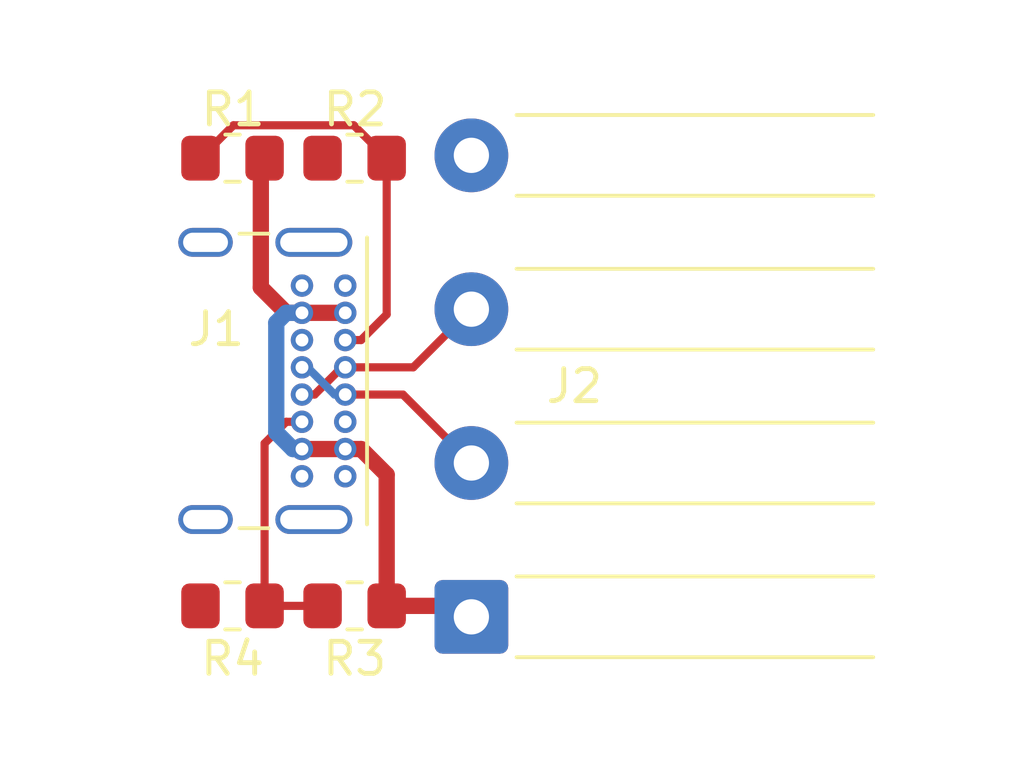
<source format=kicad_pcb>
(kicad_pcb (version 20240108) (generator "pcbnew") (generator_version "8.0")
  (title_block (title "USB-C Breakout") (date "2024-03-29") (company "HugonLabs"))
  (layers (0 "F.Cu" signal) (31 "B.Cu" signal) (34 "B.Paste" user) (35 "F.Paste" user) (36 "B.SilkS" user "B.Silkscreen") (37 "F.SilkS" user "F.Silkscreen") (38 "B.Mask" user) (39 "F.Mask" user) (44 "Edge.Cuts" user))
  (net 0 "")
  (net 1 "GND")
  (net 2 "/D+")
  (net 3 "/D-")
  (net 5 "/CC1")
  (net 6 "/CC2")
  (net 7 "VBUS")
  (footprint "Resistor_SMD:R_0805_2012Metric_Pad1.20x1.40mm_HandSolder" (layer "F.Cu") (at 123.19 77.724 180)
    (property "Reference" "R2" (at -0.016 1.524 180) (layer "F.SilkS"))
    (property "Value" "5K1")
    (fp_line (start -0.227064 0.735) (end 0.227064 0.735) (stroke (width 0.12)) (layer "F.SilkS"))
    (fp_line (start -0.227064 -0.735) (end 0.227064 -0.735) (stroke (width 0.12)) (layer "F.SilkS"))
    (pad "1" smd roundrect (at -1 0 180) (size 1.2 1.4) (layers "F.Cu" "F.Paste" "F.Mask") (roundrect_rratio 0.208333) (net 5 "/CC1"))
    (pad "2" smd roundrect (at 1 0 180) (size 1.2 1.4) (layers "F.Cu" "F.Paste" "F.Mask") (roundrect_rratio 0.208333) (net 1 "GND"))
  )
  (footprint "Resistor_SMD:R_0805_2012Metric_Pad1.20x1.40mm_HandSolder" (layer "F.Cu") (at 119.38 91.694 180)
    (property "Reference" "R4" (at 0 -1.65 180) (layer "F.SilkS"))
    (property "Value" "5K1")
    (fp_line (start -0.227064 0.735) (end 0.227064 0.735) (stroke (width 0.12)) (layer "F.SilkS"))
    (fp_line (start -0.227064 -0.735) (end 0.227064 -0.735) (stroke (width 0.12)) (layer "F.SilkS"))
    (pad "1" smd roundrect (at -1 0 180) (size 1.2 1.4) (layers "F.Cu" "F.Paste" "F.Mask") (roundrect_rratio 0.208333) (net 6 "/CC2"))
    (pad "2" smd roundrect (at 1 0 180) (size 1.2 1.4) (layers "F.Cu" "F.Paste" "F.Mask") (roundrect_rratio 0.208333) (net 1 "GND"))
  )
  (footprint "Resistor_SMD:R_0805_2012Metric_Pad1.20x1.40mm_HandSolder" (layer "F.Cu") (at 123.19 91.694 180)
    (property "Reference" "R3" (at 0 -1.65 180) (layer "F.SilkS"))
    (property "Value" "56K")
    (fp_line (start -0.227064 0.735) (end 0.227064 0.735) (stroke (width 0.12)) (layer "F.SilkS"))
    (fp_line (start -0.227064 -0.735) (end 0.227064 -0.735) (stroke (width 0.12)) (layer "F.SilkS"))
    (pad "1" smd roundrect (at -1 0 180) (size 1.2 1.4) (layers "F.Cu" "F.Paste" "F.Mask") (roundrect_rratio 0.208333) (net 7 "VBUS"))
    (pad "2" smd roundrect (at 1 0 180) (size 1.2 1.4) (layers "F.Cu" "F.Paste" "F.Mask") (roundrect_rratio 0.208333) (net 6 "/CC2"))
  )
  (footprint "AAAA_Project_Library:USB_C_Receptacle_GCT_USB4085_Reduced_Pad_Size" (layer "F.Cu") (at 122.897 81.7 -90)
    (property "Reference" "J1" (at 1.358 4.025 180) (layer "F.SilkS"))
    (property "Value" "USB_C_Receptacle_USB2.0_16P")
    (fp_line (start -1.62 2.4) (end -1.62 3.3) (stroke (width 0.12)) (layer "F.SilkS"))
    (fp_line (start 7.57 2.4) (end 7.57 3.3) (stroke (width 0.12)) (layer "F.SilkS"))
    (fp_line (start -1.5 -0.68) (end 7.45 -0.68) (stroke (width 0.12)) (layer "F.SilkS"))
    (pad "A1" thru_hole circle (at 0 0 270) (size 0.69746 0.69746) (drill 0.4) (layers "*.Cu" "*.Mask") (net 1 "GND"))
    (pad "A4" thru_hole circle (at 0.85 0 270) (size 0.69746 0.69746) (drill 0.4) (layers "*.Cu" "*.Mask") (net 7 "VBUS"))
    (pad "A5" thru_hole circle (at 1.7 0 270) (size 0.69746 0.69746) (drill 0.4) (layers "*.Cu" "*.Mask") (net 5 "/CC1"))
    (pad "A6" thru_hole circle (at 2.55 0 270) (size 0.69746 0.69746) (drill 0.4) (layers "*.Cu" "*.Mask") (net 2 "/D+"))
    (pad "A7" thru_hole circle (at 3.4 0 270) (size 0.69746 0.69746) (drill 0.4) (layers "*.Cu" "*.Mask") (net 3 "/D-"))
    (pad "A8" thru_hole circle (at 4.25 0 270) (size 0.69746 0.69746) (drill 0.4) (layers "*.Cu" "*.Mask"))
    (pad "A9" thru_hole circle (at 5.1 0 270) (size 0.69746 0.69746) (drill 0.4) (layers "*.Cu" "*.Mask") (net 7 "VBUS"))
    (pad "A12" thru_hole circle (at 5.95 0 270) (size 0.69746 0.69746) (drill 0.4) (layers "*.Cu" "*.Mask") (net 1 "GND"))
    (pad "B1" thru_hole circle (at 5.95 1.35 270) (size 0.69746 0.69746) (drill 0.4) (layers "*.Cu" "*.Mask") (net 1 "GND"))
    (pad "B4" thru_hole circle (at 5.1 1.35 270) (size 0.69746 0.69746) (drill 0.4) (layers "*.Cu" "*.Mask") (net 7 "VBUS"))
    (pad "B5" thru_hole circle (at 4.25 1.35 270) (size 0.69746 0.69746) (drill 0.4) (layers "*.Cu" "*.Mask") (net 6 "/CC2"))
    (pad "B6" thru_hole circle (at 3.4 1.35 270) (size 0.69746 0.69746) (drill 0.4) (layers "*.Cu" "*.Mask") (net 2 "/D+"))
    (pad "B7" thru_hole circle (at 2.55 1.35 270) (size 0.69746 0.69746) (drill 0.4) (layers "*.Cu" "*.Mask") (net 3 "/D-"))
    (pad "B8" thru_hole circle (at 1.7 1.35 270) (size 0.69746 0.69746) (drill 0.4) (layers "*.Cu" "*.Mask"))
    (pad "B9" thru_hole circle (at 0.85 1.35 270) (size 0.69746 0.69746) (drill 0.4) (layers "*.Cu" "*.Mask") (net 7 "VBUS"))
    (pad "B12" thru_hole circle (at 0 1.35 270) (size 0.69746 0.69746) (drill 0.4) (layers "*.Cu" "*.Mask") (net 1 "GND"))
    (pad "S1" thru_hole oval (at -1.35 0.98 270) (size 0.9 2.4) (drill oval 0.6 2.1) (layers "*.Cu" "*.Mask") (net 1 "GND"))
    (pad "S1" thru_hole oval (at -1.35 4.36 270) (size 0.9 1.7) (drill oval 0.6 1.4) (layers "*.Cu" "*.Mask") (net 1 "GND"))
    (pad "S1" thru_hole oval (at 7.3 0.98 270) (size 0.9 2.4) (drill oval 0.6 2.1) (layers "*.Cu" "*.Mask") (net 1 "GND"))
    (pad "S1" thru_hole oval (at 7.3 4.36 270) (size 0.9 1.7) (drill oval 0.6 1.4) (layers "*.Cu" "*.Mask") (net 1 "GND"))
  )
  (footprint "Resistor_SMD:R_0805_2012Metric_Pad1.20x1.40mm_HandSolder" (layer "F.Cu") (at 119.38 77.724 180)
    (property "Reference" "R1" (at -0.016 1.524 180) (layer "F.SilkS"))
    (property "Value" "56K")
    (fp_line (start -0.227064 0.735) (end 0.227064 0.735) (stroke (width 0.12)) (layer "F.SilkS"))
    (fp_line (start -0.227064 -0.735) (end 0.227064 -0.735) (stroke (width 0.12)) (layer "F.SilkS"))
    (pad "1" smd roundrect (at -1 0 180) (size 1.2 1.4) (layers "F.Cu" "F.Paste" "F.Mask") (roundrect_rratio 0.208333) (net 7 "VBUS"))
    (pad "2" smd roundrect (at 1 0 180) (size 1.2 1.4) (layers "F.Cu" "F.Paste" "F.Mask") (roundrect_rratio 0.208333) (net 5 "/CC1"))
  )
  (footprint "Connector_Wire:SolderWire-0.5sqmm_1x04_P4.8mm_D0.9mm_OD2.3mm_Relief" (layer "F.Cu") (at 126.833 92.036 90)
    (property "Reference" "J2" (at 7.2 3.215 180) (layer "F.SilkS"))
    (property "Value" "Conn_01x01")
    (fp_line (start 15.66 1.41) (end 15.66 12.54) (stroke (width 0.12)) (layer "F.SilkS"))
    (fp_line (start 13.14 1.41) (end 13.14 12.54) (stroke (width 0.12)) (layer "F.SilkS"))
    (fp_line (start 10.86 1.41) (end 10.86 12.54) (stroke (width 0.12)) (layer "F.SilkS"))
    (fp_line (start 8.34 1.41) (end 8.34 12.54) (stroke (width 0.12)) (layer "F.SilkS"))
    (fp_line (start 6.06 1.41) (end 6.06 12.54) (stroke (width 0.12)) (layer "F.SilkS"))
    (fp_line (start 3.54 1.41) (end 3.54 12.54) (stroke (width 0.12)) (layer "F.SilkS"))
    (fp_line (start 1.26 1.41) (end 1.26 12.54) (stroke (width 0.12)) (layer "F.SilkS"))
    (fp_line (start -1.26 1.41) (end -1.26 12.54) (stroke (width 0.12)) (layer "F.SilkS"))
    (pad "" np_thru_hole circle (at 0 13.8 90) (size 2.8 2.8) (drill 2.8) (layers "*.Cu" "*.Mask"))
    (pad "" np_thru_hole circle (at 4.8 13.8 90) (size 2.8 2.8) (drill 2.8) (layers "*.Cu" "*.Mask"))
    (pad "" np_thru_hole circle (at 9.6 13.8 90) (size 2.8 2.8) (drill 2.8) (layers "*.Cu" "*.Mask"))
    (pad "" np_thru_hole circle (at 14.4 13.8 90) (size 2.8 2.8) (drill 2.8) (layers "*.Cu" "*.Mask"))
    (pad "1" thru_hole roundrect (at 0 0 90) (size 2.3 2.3) (drill 1.1) (layers "*.Cu" "*.Mask") (roundrect_rratio 0.108696) (net 7 "VBUS"))
    (pad "2" thru_hole circle (at 4.8 0 90) (size 2.3 2.3) (drill 1.1) (layers "*.Cu" "*.Mask") (net 3 "/D-"))
    (pad "3" thru_hole circle (at 9.6 0 90) (size 2.3 2.3) (drill 1.1) (layers "*.Cu" "*.Mask") (net 2 "/D+"))
    (pad "4" thru_hole circle (at 14.4 0 90) (size 2.3 2.3) (drill 1.1) (layers "*.Cu" "*.Mask") (net 1 "GND"))
  )
  (segment (start 125.019 84.25) (end 126.833 82.436) (width 0.254) (layer "F.Cu") (net 2))
  (segment (start 122.791373 84.25) (end 122.897 84.25) (width 0.254) (layer "F.Cu") (net 2))
  (segment (start 122.897 84.25) (end 125.019 84.25) (width 0.254) (layer "F.Cu") (net 2))
  (segment (start 121.941373 85.1) (end 122.791373 84.25) (width 0.254) (layer "F.Cu") (net 2))
  (segment (start 121.547 85.1) (end 121.941373 85.1) (width 0.254) (layer "F.Cu") (net 2))
  (segment (start 122.897 85.1) (end 124.697 85.1) (width 0.254) (layer "F.Cu") (net 3))
  (segment (start 124.697 85.1) (end 126.833 87.236) (width 0.254) (layer "F.Cu") (net 3))
  (segment (start 121.715 84.25) (end 122.565 85.1) (width 0.254) (layer "B.Cu") (net 3))
  (segment (start 121.547 84.25) (end 121.715 84.25) (width 0.254) (layer "B.Cu") (net 3))
  (segment (start 122.565 85.1) (end 122.897 85.1) (width 0.254) (layer "B.Cu") (net 3))
  (segment (start 124.19 82.600178) (end 123.390178 83.4) (width 0.254) (layer "F.Cu") (net 5))
  (segment (start 124.19 77.724) (end 123.163 76.697) (width 0.254) (layer "F.Cu") (net 5))
  (segment (start 124.19 77.724) (end 124.19 82.600178) (width 0.254) (layer "F.Cu") (net 5))
  (segment (start 123.163 76.697) (end 119.407 76.697) (width 0.254) (layer "F.Cu") (net 5))
  (segment (start 123.390178 83.4) (end 122.897 83.4) (width 0.254) (layer "F.Cu") (net 5))
  (segment (start 119.407 76.697) (end 118.38 77.724) (width 0.254) (layer "F.Cu") (net 5))
  (segment (start 120.38 91.694) (end 120.38 86.623822) (width 0.254) (layer "F.Cu") (net 6))
  (segment (start 120.38 91.694) (end 122.19 91.694) (width 0.254) (layer "F.Cu") (net 6))
  (segment (start 120.38 86.623822) (end 121.053822 85.95) (width 0.254) (layer "F.Cu") (net 6))
  (segment (start 121.053822 85.95) (end 121.547 85.95) (width 0.254) (layer "F.Cu") (net 6))
  (segment (start 124.19 87.599822) (end 124.19 91.694) (width 0.508) (layer "F.Cu") (net 7))
  (segment (start 120.263 81.759178) (end 121.053822 82.55) (width 0.508) (layer "F.Cu") (net 7))
  (segment (start 121.547 82.55) (end 122.897 82.55) (width 0.508) (layer "F.Cu") (net 7))
  (segment (start 121.547 86.8) (end 122.897 86.8) (width 0.508) (layer "F.Cu") (net 7))
  (segment (start 124.19 91.694) (end 126.491 91.694) (width 0.508) (layer "F.Cu") (net 7))
  (segment (start 120.38 77.724) (end 120.263 77.841) (width 0.508) (layer "F.Cu") (net 7))
  (segment (start 123.390178 86.8) (end 124.19 87.599822) (width 0.508) (layer "F.Cu") (net 7))
  (segment (start 122.897 86.8) (end 123.390178 86.8) (width 0.508) (layer "F.Cu") (net 7))
  (segment (start 121.053822 82.55) (end 121.547 82.55) (width 0.508) (layer "F.Cu") (net 7))
  (segment (start 126.491 91.694) (end 126.833 92.036) (width 0.508) (layer "F.Cu") (net 7))
  (segment (start 120.263 77.841) (end 120.263 81.759178) (width 0.508) (layer "F.Cu") (net 7))
  (segment (start 121.547 82.55) (end 121.053822 82.55) (width 0.508) (layer "B.Cu") (net 7))
  (segment (start 121.261768 86.8) (end 121.547 86.8) (width 0.508) (layer "B.Cu") (net 7))
  (segment (start 121.053822 82.55) (end 120.74427 82.859552) (width 0.508) (layer "B.Cu") (net 7))
  (segment (start 120.74427 82.859552) (end 120.74427 86.282502) (width 0.508) (layer "B.Cu") (net 7))
  (segment (start 120.74427 86.282502) (end 121.261768 86.8) (width 0.508) (layer "B.Cu") (net 7))
)
</source>
